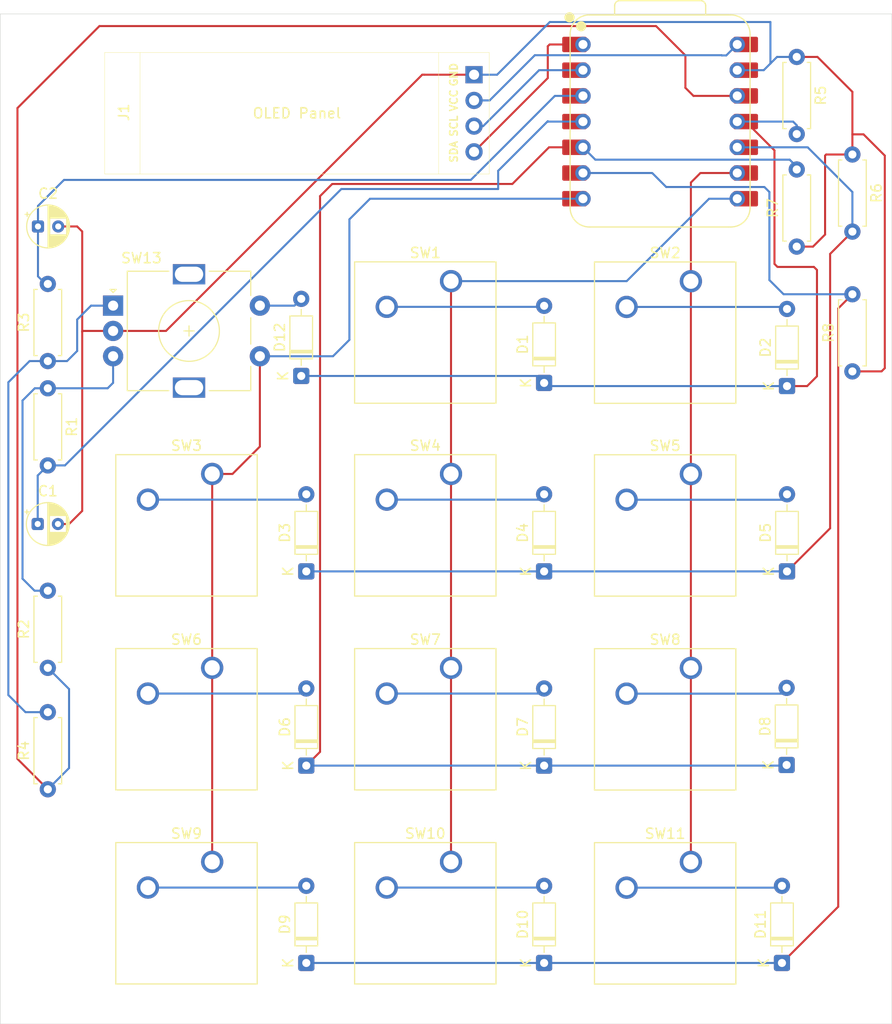
<source format=kicad_pcb>
(kicad_pcb (version 20241229) (generator "pcbnew") (generator_version "9.0")
  (layers (0 "F.Cu" signal) (2 "B.Cu" signal) (13 "F.Paste" user) (15 "B.Paste" user) (5 "F.SilkS" user "F.Silkscreen") (7 "B.SilkS" user "B.Silkscreen") (1 "F.Mask" user) (3 "B.Mask" user) (25 "Edge.Cuts" user))
  (net 0 "")
  (net 1 "GND")
  (net 2 "rotB")
  (net 3 "rotA")
  (net 4 "Net-(D1-A)")
  (net 5 "RigA")
  (net 6 "Net-(D2-A)")
  (net 7 "Net-(D3-A)")
  (net 8 "RigB")
  (net 9 "Net-(D4-A)")
  (net 10 "Net-(D5-A)")
  (net 11 "RigC")
  (net 12 "Net-(D6-A)")
  (net 13 "Net-(D7-A)")
  (net 14 "Net-(D8-A)")
  (net 15 "RigD")
  (net 16 "Net-(D9-A)")
  (net 17 "Net-(D10-A)")
  (net 18 "Net-(D11-A)")
  (net 19 "Net-(D12-A)")
  (net 20 "+5V")
  (net 21 "SCL")
  (net 22 "SDA")
  (net 23 "Net-(R1-Pad1)")
  (net 24 "+3.3V")
  (net 25 "Net-(R3-Pad1)")
  (net 26 "Col1")
  (net 27 "Col2")
  (net 28 "Col0")
  (footprint "Diode_THT:D_DO-35_SOD27_P7.62mm_Horizontal" (layer "F.Cu") (at 145.5 115.01 90)
    (property "Reference" "D8" (at 3.81 -2.12 90) (layer "F.SilkS"))
    (property "Value" "1N4148")
    (fp_text user "K" (at 0 -1.8 90) (layer "F.SilkS"))
    (pad "1" thru_hole roundrect (at 0 0 90) (size 1.6 1.6) (drill 0.8) (layers "*.Cu" "*.Mask") (roundrect_rratio 0.15625) (net 11 "RigC"))
    (pad "2" thru_hole circle (at 7.62 0 90) (size 1.6 1.6) (drill 0.8) (layers "*.Cu" "*.Mask") (net 14 "Net-(D8-A)"))
  )
  (footprint "Rotary_Encoder:RotaryEncoder_Alps_EC11E-Switch_Vertical_H20mm" (layer "F.Cu") (at 78.9525 69.62375)
    (property "Reference" "SW13" (at 2.8 -4.7 0) (layer "F.SilkS"))
    (property "Value" "RotaryEncoder_Switch")
    (pad "A" thru_hole rect (at 0 0) (size 2 2) (drill 1) (layers "*.Cu" "*.Mask") (net 25 "Net-(R3-Pad1)"))
    (pad "B" thru_hole circle (at 0 5) (size 2 2) (drill 1) (layers "*.Cu" "*.Mask") (net 23 "Net-(R1-Pad1)"))
    (pad "C" thru_hole circle (at 0 2.5) (size 2 2) (drill 1) (layers "*.Cu" "*.Mask") (net 1 "GND"))
    (pad "MP" thru_hole rect (at 7.5 -3.1) (size 3.2 2) (drill oval 2.8 1.5) (layers "*.Cu" "*.Mask"))
    (pad "MP" thru_hole rect (at 7.5 8.1) (size 3.2 2) (drill oval 2.8 1.5) (layers "*.Cu" "*.Mask"))
    (pad "S1" thru_hole circle (at 14.5 5) (size 2 2) (drill 1) (layers "*.Cu" "*.Mask") (net 28 "Col0"))
    (pad "S2" thru_hole circle (at 14.5 0) (size 2 2) (drill 1) (layers "*.Cu" "*.Mask") (net 19 "Net-(D12-A)"))
  )
  (footprint "Diode_THT:D_DO-35_SOD27_P7.62mm_Horizontal" (layer "F.Cu") (at 121.54 77.26125 90)
    (property "Reference" "D1" (at 3.81 -2.12 90) (layer "F.SilkS"))
    (property "Value" "1N4148")
    (fp_text user "K" (at 0 -1.8 90) (layer "F.SilkS"))
    (pad "1" thru_hole roundrect (at 0 0 90) (size 1.6 1.6) (drill 0.8) (layers "*.Cu" "*.Mask") (roundrect_rratio 0.15625) (net 5 "RigA"))
    (pad "2" thru_hole circle (at 7.62 0 90) (size 1.6 1.6) (drill 0.8) (layers "*.Cu" "*.Mask") (net 4 "Net-(D1-A)"))
  )
  (footprint "Capacitor_THT:CP_Radial_D4.0mm_P2.00mm" (layer "F.Cu") (at 71.5 91.2)
    (property "Reference" "C1" (at 1 -3.25 0) (layer "F.SilkS"))
    (property "Value" "0.1uF")
    (pad "1" thru_hole roundrect (at 0 0) (size 1.2 1.2) (drill 0.6) (layers "*.Cu" "*.Mask") (roundrect_rratio 0.208333) (net 2 "rotB"))
    (pad "2" thru_hole circle (at 2 0) (size 1.2 1.2) (drill 0.6) (layers "*.Cu" "*.Mask") (net 1 "GND"))
  )
  (footprint "Button_Switch_Keyboard:SW_Cherry_MX_1.00u_PCB" (layer "F.Cu") (at 112.34 67.2025)
    (property "Reference" "SW1" (at -2.54 -2.794 0) (layer "F.SilkS"))
    (property "Value" "SW_Push")
    (pad "" np_thru_hole circle (at -7.62 5.08) (size 1.7 1.7) (drill 1.7) (layers "*.Cu" "*.Mask"))
    (pad "" np_thru_hole circle (at -2.54 5.08) (size 4 4) (drill 4) (layers "*.Cu" "*.Mask"))
    (pad "" np_thru_hole circle (at 2.54 5.08) (size 1.7 1.7) (drill 1.7) (layers "*.Cu" "*.Mask"))
    (pad "1" thru_hole circle (at 0 0) (size 2.2 2.2) (drill 1.5) (layers "*.Cu" "*.Mask") (net 26 "Col1"))
    (pad "2" thru_hole circle (at -6.35 2.54) (size 2.2 2.2) (drill 1.5) (layers "*.Cu" "*.Mask") (net 4 "Net-(D1-A)"))
  )
  (footprint "Resistor_THT:R_Axial_DIN0207_L6.3mm_D2.5mm_P7.62mm_Horizontal" (layer "F.Cu") (at 152 54.69 -90)
    (property "Reference" "R6" (at 3.81 -2.37 90) (layer "F.SilkS"))
    (property "Value" "10k")
    (pad "1" thru_hole circle (at 0 0 270) (size 1.6 1.6) (drill 0.8) (layers "*.Cu" "*.Mask") (net 1 "GND"))
    (pad "2" thru_hole circle (at 7.62 0 270) (size 1.6 1.6) (drill 0.8) (layers "*.Cu" "*.Mask") (net 8 "RigB"))
  )
  (footprint "Capacitor_THT:CP_Radial_D4.0mm_P2.00mm" (layer "F.Cu") (at 71.527401 61.8)
    (property "Reference" "C2" (at 1 -3.25 0) (layer "F.SilkS"))
    (property "Value" "0.1uF")
    (pad "1" thru_hole roundrect (at 0 0) (size 1.2 1.2) (drill 0.6) (layers "*.Cu" "*.Mask") (roundrect_rratio 0.208333) (net 3 "rotA"))
    (pad "2" thru_hole circle (at 2 0) (size 1.2 1.2) (drill 0.6) (layers "*.Cu" "*.Mask") (net 1 "GND"))
  )
  (footprint "Button_Switch_Keyboard:SW_Cherry_MX_1.00u_PCB" (layer "F.Cu") (at 112.34 86.2525)
    (property "Reference" "SW4" (at -2.54 -2.794 0) (layer "F.SilkS"))
    (property "Value" "SW_Push")
    (pad "" np_thru_hole circle (at -7.62 5.08) (size 1.7 1.7) (drill 1.7) (layers "*.Cu" "*.Mask"))
    (pad "" np_thru_hole circle (at -2.54 5.08) (size 4 4) (drill 4) (layers "*.Cu" "*.Mask"))
    (pad "" np_thru_hole circle (at 2.54 5.08) (size 1.7 1.7) (drill 1.7) (layers "*.Cu" "*.Mask"))
    (pad "1" thru_hole circle (at 0 0) (size 2.2 2.2) (drill 1.5) (layers "*.Cu" "*.Mask") (net 26 "Col1"))
    (pad "2" thru_hole circle (at -6.35 2.54) (size 2.2 2.2) (drill 1.5) (layers "*.Cu" "*.Mask") (net 9 "Net-(D4-A)"))
  )
  (footprint "Diode_THT:D_DO-35_SOD27_P7.62mm_Horizontal" (layer "F.Cu") (at 98.04 95.88125 90)
    (property "Reference" "D3" (at 3.81 -2.12 90) (layer "F.SilkS"))
    (property "Value" "1N4148")
    (fp_text user "K" (at 0 -1.8 90) (layer "F.SilkS"))
    (pad "1" thru_hole roundrect (at 0 0 90) (size 1.6 1.6) (drill 0.8) (layers "*.Cu" "*.Mask") (roundrect_rratio 0.15625) (net 8 "RigB"))
    (pad "2" thru_hole circle (at 7.62 0 90) (size 1.6 1.6) (drill 0.8) (layers "*.Cu" "*.Mask") (net 7 "Net-(D3-A)"))
  )
  (footprint "Diode_THT:D_DO-35_SOD27_P7.62mm_Horizontal" (layer "F.Cu") (at 121.54 115.07125 90)
    (property "Reference" "D7" (at 3.81 -2.12 90) (layer "F.SilkS"))
    (property "Value" "1N4148")
    (fp_text user "K" (at 0 -1.8 90) (layer "F.SilkS"))
    (pad "1" thru_hole roundrect (at 0 0 90) (size 1.6 1.6) (drill 0.8) (layers "*.Cu" "*.Mask") (roundrect_rratio 0.15625) (net 11 "RigC"))
    (pad "2" thru_hole circle (at 7.62 0 90) (size 1.6 1.6) (drill 0.8) (layers "*.Cu" "*.Mask") (net 13 "Net-(D7-A)"))
  )
  (footprint "Button_Switch_Keyboard:SW_Cherry_MX_1.00u_PCB" (layer "F.Cu") (at 136.04 67.21125)
    (property "Reference" "SW2" (at -2.54 -2.794 0) (layer "F.SilkS"))
    (property "Value" "SW_Push")
    (pad "" np_thru_hole circle (at -7.62 5.08) (size 1.7 1.7) (drill 1.7) (layers "*.Cu" "*.Mask"))
    (pad "" np_thru_hole circle (at -2.54 5.08) (size 4 4) (drill 4) (layers "*.Cu" "*.Mask"))
    (pad "" np_thru_hole circle (at 2.54 5.08) (size 1.7 1.7) (drill 1.7) (layers "*.Cu" "*.Mask"))
    (pad "1" thru_hole circle (at 0 0) (size 2.2 2.2) (drill 1.5) (layers "*.Cu" "*.Mask") (net 27 "Col2"))
    (pad "2" thru_hole circle (at -6.35 2.54) (size 2.2 2.2) (drill 1.5) (layers "*.Cu" "*.Mask") (net 6 "Net-(D2-A)"))
  )
  (footprint "Diode_THT:D_DO-35_SOD27_P7.62mm_Horizontal" (layer "F.Cu") (at 121.54 95.88125 90)
    (property "Reference" "D4" (at 3.81 -2.12 90) (layer "F.SilkS"))
    (property "Value" "1N4148")
    (fp_text user "K" (at 0 -1.8 90) (layer "F.SilkS"))
    (pad "1" thru_hole roundrect (at 0 0 90) (size 1.6 1.6) (drill 0.8) (layers "*.Cu" "*.Mask") (roundrect_rratio 0.15625) (net 8 "RigB"))
    (pad "2" thru_hole circle (at 7.62 0 90) (size 1.6 1.6) (drill 0.8) (layers "*.Cu" "*.Mask") (net 9 "Net-(D4-A)"))
  )
  (footprint "Resistor_THT:R_Axial_DIN0207_L6.3mm_D2.5mm_P7.62mm_Horizontal" (layer "F.Cu") (at 72.5 105.41 90)
    (property "Reference" "R2" (at 3.81 -2.37 90) (layer "F.SilkS"))
    (property "Value" "10k")
    (pad "1" thru_hole circle (at 0 0 90) (size 1.6 1.6) (drill 0.8) (layers "*.Cu" "*.Mask") (net 24 "+3.3V"))
    (pad "2" thru_hole circle (at 7.62 0 90) (size 1.6 1.6) (drill 0.8) (layers "*.Cu" "*.Mask") (net 23 "Net-(R1-Pad1)"))
  )
  (footprint "Resistor_THT:R_Axial_DIN0207_L6.3mm_D2.5mm_P7.62mm_Horizontal" (layer "F.Cu") (at 72.5 77.79 -90)
    (property "Reference" "R1" (at 3.81 -2.37 90) (layer "F.SilkS"))
    (property "Value" "1k")
    (pad "1" thru_hole circle (at 0 0 270) (size 1.6 1.6) (drill 0.8) (layers "*.Cu" "*.Mask") (net 23 "Net-(R1-Pad1)"))
    (pad "2" thru_hole circle (at 7.62 0 270) (size 1.6 1.6) (drill 0.8) (layers "*.Cu" "*.Mask") (net 2 "rotB"))
  )
  (footprint "Diode_THT:D_DO-35_SOD27_P7.62mm_Horizontal" (layer "F.Cu") (at 145.54 95.88125 90)
    (property "Reference" "D5" (at 3.81 -2.12 90) (layer "F.SilkS"))
    (property "Value" "1N4148")
    (fp_text user "K" (at 0 -1.8 90) (layer "F.SilkS"))
    (pad "1" thru_hole roundrect (at 0 0 90) (size 1.6 1.6) (drill 0.8) (layers "*.Cu" "*.Mask") (roundrect_rratio 0.15625) (net 8 "RigB"))
    (pad "2" thru_hole circle (at 7.62 0 90) (size 1.6 1.6) (drill 0.8) (layers "*.Cu" "*.Mask") (net 10 "Net-(D5-A)"))
  )
  (footprint "Resistor_THT:R_Axial_DIN0207_L6.3mm_D2.5mm_P7.62mm_Horizontal" (layer "F.Cu") (at 72.5 75.1 90)
    (property "Reference" "R3" (at 3.81 -2.37 90) (layer "F.SilkS"))
    (property "Value" "1k")
    (pad "1" thru_hole circle (at 0 0 90) (size 1.6 1.6) (drill 0.8) (layers "*.Cu" "*.Mask") (net 25 "Net-(R3-Pad1)"))
    (pad "2" thru_hole circle (at 7.62 0 90) (size 1.6 1.6) (drill 0.8) (layers "*.Cu" "*.Mask") (net 3 "rotA"))
  )
  (footprint "Button_Switch_Keyboard:SW_Cherry_MX_1.00u_PCB" (layer "F.Cu") (at 88.7425 86.2525)
    (property "Reference" "SW3" (at -2.54 -2.794 0) (layer "F.SilkS"))
    (property "Value" "SW_Push")
    (pad "" np_thru_hole circle (at -7.62 5.08) (size 1.7 1.7) (drill 1.7) (layers "*.Cu" "*.Mask"))
    (pad "" np_thru_hole circle (at -2.54 5.08) (size 4 4) (drill 4) (layers "*.Cu" "*.Mask"))
    (pad "" np_thru_hole circle (at 2.54 5.08) (size 1.7 1.7) (drill 1.7) (layers "*.Cu" "*.Mask"))
    (pad "1" thru_hole circle (at 0 0) (size 2.2 2.2) (drill 1.5) (layers "*.Cu" "*.Mask") (net 28 "Col0"))
    (pad "2" thru_hole circle (at -6.35 2.54) (size 2.2 2.2) (drill 1.5) (layers "*.Cu" "*.Mask") (net 7 "Net-(D3-A)"))
  )
  (footprint "Resistor_THT:R_Axial_DIN0207_L6.3mm_D2.5mm_P7.62mm_Horizontal" (layer "F.Cu") (at 152 76.12 90)
    (property "Reference" "R8" (at 3.81 -2.37 90) (layer "F.SilkS"))
    (property "Value" "10k")
    (pad "1" thru_hole circle (at 0 0 90) (size 1.6 1.6) (drill 0.8) (layers "*.Cu" "*.Mask") (net 1 "GND"))
    (pad "2" thru_hole circle (at 7.62 0 90) (size 1.6 1.6) (drill 0.8) (layers "*.Cu" "*.Mask") (net 15 "RigD"))
  )
  (footprint "Diode_THT:D_DO-35_SOD27_P7.62mm_Horizontal" (layer "F.Cu") (at 121.54 134.57125 90)
    (property "Reference" "D10" (at 3.81 -2.12 90) (layer "F.SilkS"))
    (property "Value" "1N4148")
    (fp_text user "K" (at 0 -1.8 90) (layer "F.SilkS"))
    (pad "1" thru_hole roundrect (at 0 0 90) (size 1.6 1.6) (drill 0.8) (layers "*.Cu" "*.Mask") (roundrect_rratio 0.15625) (net 15 "RigD"))
    (pad "2" thru_hole circle (at 7.62 0 90) (size 1.6 1.6) (drill 0.8) (layers "*.Cu" "*.Mask") (net 17 "Net-(D10-A)"))
  )
  (footprint "Button_Switch_Keyboard:SW_Cherry_MX_1.00u_PCB" (layer "F.Cu") (at 136.04 86.26125)
    (property "Reference" "SW5" (at -2.54 -2.794 0) (layer "F.SilkS"))
    (property "Value" "SW_Push")
    (pad "" np_thru_hole circle (at -7.62 5.08) (size 1.7 1.7) (drill 1.7) (layers "*.Cu" "*.Mask"))
    (pad "" np_thru_hole circle (at -2.54 5.08) (size 4 4) (drill 4) (layers "*.Cu" "*.Mask"))
    (pad "" np_thru_hole circle (at 2.54 5.08) (size 1.7 1.7) (drill 1.7) (layers "*.Cu" "*.Mask"))
    (pad "1" thru_hole circle (at 0 0) (size 2.2 2.2) (drill 1.5) (layers "*.Cu" "*.Mask") (net 27 "Col2"))
    (pad "2" thru_hole circle (at -6.35 2.54) (size 2.2 2.2) (drill 1.5) (layers "*.Cu" "*.Mask") (net 10 "Net-(D5-A)"))
  )
  (footprint "Button_Switch_Keyboard:SW_Cherry_MX_1.00u_PCB" (layer "F.Cu") (at 112.34 105.41125)
    (property "Reference" "SW7" (at -2.54 -2.794 0) (layer "F.SilkS"))
    (property "Value" "SW_Push")
    (pad "" np_thru_hole circle (at -7.62 5.08) (size 1.7 1.7) (drill 1.7) (layers "*.Cu" "*.Mask"))
    (pad "" np_thru_hole circle (at -2.54 5.08) (size 4 4) (drill 4) (layers "*.Cu" "*.Mask"))
    (pad "" np_thru_hole circle (at 2.54 5.08) (size 1.7 1.7) (drill 1.7) (layers "*.Cu" "*.Mask"))
    (pad "1" thru_hole circle (at 0 0) (size 2.2 2.2) (drill 1.5) (layers "*.Cu" "*.Mask") (net 26 "Col1"))
    (pad "2" thru_hole circle (at -6.35 2.54) (size 2.2 2.2) (drill 1.5) (layers "*.Cu" "*.Mask") (net 13 "Net-(D7-A)"))
  )
  (footprint "Diode_THT:D_DO-35_SOD27_P7.62mm_Horizontal" (layer "F.Cu") (at 98.04 134.57125 90)
    (property "Reference" "D9" (at 3.81 -2.12 90) (layer "F.SilkS"))
    (property "Value" "1N4148")
    (fp_text user "K" (at 0 -1.8 90) (layer "F.SilkS"))
    (pad "1" thru_hole roundrect (at 0 0 90) (size 1.6 1.6) (drill 0.8) (layers "*.Cu" "*.Mask") (roundrect_rratio 0.15625) (net 15 "RigD"))
    (pad "2" thru_hole circle (at 7.62 0 90) (size 1.6 1.6) (drill 0.8) (layers "*.Cu" "*.Mask") (net 16 "Net-(D9-A)"))
  )
  (footprint "Button_Switch_Keyboard:SW_Cherry_MX_1.00u_PCB" (layer "F.Cu") (at 136.04 124.59)
    (property "Reference" "SW11" (at -2.54 -2.794 0) (layer "F.SilkS"))
    (property "Value" "SW_Push")
    (pad "" np_thru_hole circle (at -7.62 5.08) (size 1.7 1.7) (drill 1.7) (layers "*.Cu" "*.Mask"))
    (pad "" np_thru_hole circle (at -2.54 5.08) (size 4 4) (drill 4) (layers "*.Cu" "*.Mask"))
    (pad "" np_thru_hole circle (at 2.54 5.08) (size 1.7 1.7) (drill 1.7) (layers "*.Cu" "*.Mask"))
    (pad "1" thru_hole circle (at 0 0) (size 2.2 2.2) (drill 1.5) (layers "*.Cu" "*.Mask") (net 27 "Col2"))
    (pad "2" thru_hole circle (at -6.35 2.54) (size 2.2 2.2) (drill 1.5) (layers "*.Cu" "*.Mask") (net 18 "Net-(D11-A)"))
  )
  (footprint "Diode_THT:D_DO-35_SOD27_P7.62mm_Horizontal" (layer "F.Cu") (at 145.04 134.57125 90)
    (property "Reference" "D11" (at 3.81 -2.12 90) (layer "F.SilkS"))
    (property "Value" "1N4148")
    (fp_text user "K" (at 0 -1.8 90) (layer "F.SilkS"))
    (pad "1" thru_hole roundrect (at 0 0 90) (size 1.6 1.6) (drill 0.8) (layers "*.Cu" "*.Mask") (roundrect_rratio 0.15625) (net 15 "RigD"))
    (pad "2" thru_hole circle (at 7.62 0 90) (size 1.6 1.6) (drill 0.8) (layers "*.Cu" "*.Mask") (net 18 "Net-(D11-A)"))
  )
  (footprint "Resistor_THT:R_Axial_DIN0207_L6.3mm_D2.5mm_P7.62mm_Horizontal" (layer "F.Cu") (at 72.5 117.41 90)
    (property "Reference" "R4" (at 3.81 -2.37 90) (layer "F.SilkS"))
    (property "Value" "10k")
    (pad "1" thru_hole circle (at 0 0 90) (size 1.6 1.6) (drill 0.8) (layers "*.Cu" "*.Mask") (net 24 "+3.3V"))
    (pad "2" thru_hole circle (at 7.62 0 90) (size 1.6 1.6) (drill 0.8) (layers "*.Cu" "*.Mask") (net 25 "Net-(R3-Pad1)"))
  )
  (footprint "Button_Switch_Keyboard:SW_Cherry_MX_1.00u_PCB" (layer "F.Cu") (at 88.74 105.41125)
    (property "Reference" "SW6" (at -2.54 -2.794 0) (layer "F.SilkS"))
    (property "Value" "SW_Push")
    (pad "" np_thru_hole circle (at -7.62 5.08) (size 1.7 1.7) (drill 1.7) (layers "*.Cu" "*.Mask"))
    (pad "" np_thru_hole circle (at -2.54 5.08) (size 4 4) (drill 4) (layers "*.Cu" "*.Mask"))
    (pad "" np_thru_hole circle (at 2.54 5.08) (size 1.7 1.7) (drill 1.7) (layers "*.Cu" "*.Mask"))
    (pad "1" thru_hole circle (at 0 0) (size 2.2 2.2) (drill 1.5) (layers "*.Cu" "*.Mask") (net 28 "Col0"))
    (pad "2" thru_hole circle (at -6.35 2.54) (size 2.2 2.2) (drill 1.5) (layers "*.Cu" "*.Mask") (net 12 "Net-(D6-A)"))
  )
  (footprint "OLED 0.91 inch:SSD1306-0.91-OLED-4pin-128x32" (layer "F.Cu") (at 78.115 44.615)
    (property "Reference" "J1" (at 1.9 5.91 90) (layer "F.SilkS"))
    (property "Value" "Conn_01x04_Pin")
    (fp_text user "SCL" (at 34.5 7.27 270) (layer "F.SilkS") (effects (font (size 0.75 0.75))))
    (fp_text user "VCC" (at 34.5 4.73 270) (layer "F.SilkS") (effects (font (size 0.75 0.75))))
    (fp_text user "OLED Panel" (at 19 6 0) (layer "F.SilkS"))
    (fp_text user "GND" (at 34.5 2.19 270) (layer "F.SilkS") (effects (font (size 0.75 0.75))))
    (fp_text user "SDA" (at 34.5 9.81 270) (layer "F.SilkS") (effects (font (size 0.75 0.75))))
    (pad "1" thru_hole rect (at 36.5 2.19) (size 1.7 1.7) (drill 1) (layers "*.Cu" "*.Mask") (net 1 "GND"))
    (pad "2" thru_hole oval (at 36.5 4.73) (size 1.7 1.7) (drill 1) (layers "*.Cu" "*.Mask") (net 20 "+5V"))
    (pad "3" thru_hole oval (at 36.5 7.27) (size 1.7 1.7) (drill 1) (layers "*.Cu" "*.Mask") (net 21 "SCL"))
    (pad "4" thru_hole oval (at 36.5 9.81) (size 1.7 1.7) (drill 1) (layers "*.Cu" "*.Mask") (net 22 "SDA"))
  )
  (footprint "Diode_THT:D_DO-35_SOD27_P7.62mm_Horizontal" (layer "F.Cu") (at 145.54 77.57125 90)
    (property "Reference" "D2" (at 3.81 -2.12 90) (layer "F.SilkS"))
    (property "Value" "1N4148")
    (fp_text user "K" (at 0 -1.8 90) (layer "F.SilkS"))
    (pad "1" thru_hole roundrect (at 0 0 90) (size 1.6 1.6) (drill 0.8) (layers "*.Cu" "*.Mask") (roundrect_rratio 0.15625) (net 5 "RigA"))
    (pad "2" thru_hole circle (at 7.62 0 90) (size 1.6 1.6) (drill 0.8) (layers "*.Cu" "*.Mask") (net 6 "Net-(D2-A)"))
  )
  (footprint "OPL:XIAO-RP2040-DIP" (layer "F.Cu") (at 133 51.4385)
    (property "Reference" "U1" (hide yes))
    (property "Value" "XIAO-RP2040-DIP")
    (pad "1" smd roundrect (at -8.455 -7.62 180) (size 2.432 1.524) (layers "F.Cu" "F.Mask") (roundrect_rratio 0.1) (net 22 "SDA"))
    (pad "1" thru_hole circle (at -7.62 -7.62 180) (size 1.524 1.524) (drill 0.889) (layers "*.Cu" "*.Mask") (net 22 "SDA"))
    (pad "2" smd roundrect (at -8.455 -5.08 180) (size 2.432 1.524) (layers "F.Cu" "F.Mask") (roundrect_rratio 0.1) (net 21 "SCL"))
    (pad "2" thru_hole circle (at -7.62 -5.08 180) (size 1.524 1.524) (drill 0.889) (layers "*.Cu" "*.Mask") (net 21 "SCL"))
    (pad "3" smd roundrect (at -8.455 -2.54 180) (size 2.432 1.524) (layers "F.Cu" "F.Mask") (roundrect_rratio 0.1) (net 3 "rotA"))
    (pad "3" thru_hole circle (at -7.62 -2.54 180) (size 1.524 1.524) (drill 0.889) (layers "*.Cu" "*.Mask") (net 3 "rotA"))
    (pad "4" smd roundrect (at -8.455 0 180) (size 2.432 1.524) (layers "F.Cu" "F.Mask") (roundrect_rratio 0.1) (net 2 "rotB"))
    (pad "4" thru_hole circle (at -7.62 0 180) (size 1.524 1.524) (drill 0.889) (layers "*.Cu" "*.Mask") (net 2 "rotB"))
    (pad "5" smd roundrect (at -8.455 2.54 180) (size 2.432 1.524) (layers "F.Cu" "F.Mask") (roundrect_rratio 0.1) (net 11 "RigC"))
    (pad "5" thru_hole circle (at -7.62 2.54 180) (size 1.524 1.524) (drill 0.889) (layers "*.Cu" "*.Mask") (net 11 "RigC"))
    (pad "6" smd roundrect (at -8.455 5.08 180) (size 2.432 1.524) (layers "F.Cu" "F.Mask") (roundrect_rratio 0.1) (net 15 "RigD"))
    (pad "6" thru_hole circle (at -7.62 5.08 180) (size 1.524 1.524) (drill 0.889) (layers "*.Cu" "*.Mask") (net 15 "RigD"))
    (pad "7" smd roundrect (at -8.455 7.62 180) (size 2.432 1.524) (layers "F.Cu" "F.Mask") (roundrect_rratio 0.1) (net 28 "Col0"))
    (pad "7" thru_hole circle (at -7.62 7.62 180) (size 1.524 1.524) (drill 0.889) (layers "*.Cu" "*.Mask") (net 28 "Col0"))
    (pad "8" thru_hole circle (at 7.62 7.62) (size 1.524 1.524) (drill 0.889) (layers "*.Cu" "*.Mask") (net 26 "Col1"))
    (pad "8" smd roundrect (at 8.455 7.62) (size 2.432 1.524) (layers "F.Cu" "F.Mask") (roundrect_rratio 0.1) (net 26 "Col1"))
    (pad "9" thru_hole circle (at 7.62 5.08) (size 1.524 1.524) (drill 0.889) (layers "*.Cu" "*.Mask") (net 27 "Col2"))
    (pad "9" smd roundrect (at 8.455 5.08) (size 2.432 1.524) (layers "F.Cu" "F.Mask") (roundrect_rratio 0.1) (net 27 "Col2"))
    (pad "10" thru_hole circle (at 7.62 2.54) (size 1.524 1.524) (drill 0.889) (layers "*.Cu" "*.Mask") (net 8 "RigB"))
    (pad "10" smd roundrect (at 8.455 2.54) (size 2.432 1.524) (layers "F.Cu" "F.Mask") (roundrect_rratio 0.1) (net 8 "RigB"))
    (pad "11" thru_hole circle (at 7.62 0) (size 1.524 1.524) (drill 0.889) (layers "*.Cu" "*.Mask") (net 5 "RigA"))
    (pad "11" smd roundrect (at 8.455 0) (size 2.432 1.524) (layers "F.Cu" "F.Mask") (roundrect_rratio 0.1) (net 5 "RigA"))
    (pad "12" thru_hole circle (at 7.62 -2.54) (size 1.524 1.524) (drill 0.889) (layers "*.Cu" "*.Mask") (net 24 "+3.3V"))
    (pad "12" smd roundrect (at 8.455 -2.54) (size 2.432 1.524) (layers "F.Cu" "F.Mask") (roundrect_rratio 0.1) (net 24 "+3.3V"))
    (pad "13" thru_hole circle (at 7.62 -5.08) (size 1.524 1.524) (drill 0.889) (layers "*.Cu" "*.Mask") (net 1 "GND"))
    (pad "13" smd roundrect (at 8.455 -5.08) (size 2.432 1.524) (layers "F.Cu" "F.Mask") (roundrect_rratio 0.1) (net 1 "GND"))
    (pad "14" thru_hole circle (at 7.62 -7.62) (size 1.524 1.524) (drill 0.889) (layers "*.Cu" "*.Mask") (net 20 "+5V"))
    (pad "14" smd roundrect (at 8.455 -7.62) (size 2.432 1.524) (layers "F.Cu" "F.Mask") (roundrect_rratio 0.1) (net 20 "+5V"))
  )
  (footprint "Resistor_THT:R_Axial_DIN0207_L6.3mm_D2.5mm_P7.62mm_Horizontal" (layer "F.Cu") (at 146.5 63.79 90)
    (property "Reference" "R7" (at 3.81 -2.37 90) (layer "F.SilkS"))
    (property "Value" "10k")
    (pad "1" thru_hole circle (at 0 0 90) (size 1.6 1.6) (drill 0.8) (layers "*.Cu" "*.Mask") (net 1 "GND"))
    (pad "2" thru_hole circle (at 7.62 0 90) (size 1.6 1.6) (drill 0.8) (layers "*.Cu" "*.Mask") (net 11 "RigC"))
  )
  (footprint "Button_Switch_Keyboard:SW_Cherry_MX_1.00u_PCB" (layer "F.Cu") (at 136.04 105.42)
    (property "Reference" "SW8" (at -2.54 -2.794 0) (layer "F.SilkS"))
    (property "Value" "SW_Push")
    (pad "" np_thru_hole circle (at -7.62 5.08) (size 1.7 1.7) (drill 1.7) (layers "*.Cu" "*.Mask"))
    (pad "" np_thru_hole circle (at -2.54 5.08) (size 4 4) (drill 4) (layers "*.Cu" "*.Mask"))
    (pad "" np_thru_hole circle (at 2.54 5.08) (size 1.7 1.7) (drill 1.7) (layers "*.Cu" "*.Mask"))
    (pad "1" thru_hole circle (at 0 0) (size 2.2 2.2) (drill 1.5) (layers "*.Cu" "*.Mask") (net 27 "Col2"))
    (pad "2" thru_hole circle (at -6.35 2.54) (size 2.2 2.2) (drill 1.5) (layers "*.Cu" "*.Mask") (net 14 "Net-(D8-A)"))
  )
  (footprint "Button_Switch_Keyboard:SW_Cherry_MX_1.00u_PCB" (layer "F.Cu") (at 88.7425 124.58125)
    (property "Reference" "SW9" (at -2.54 -2.794 0) (layer "F.SilkS"))
    (property "Value" "SW_Push")
    (pad "" np_thru_hole circle (at -7.62 5.08) (size 1.7 1.7) (drill 1.7) (layers "*.Cu" "*.Mask"))
    (pad "" np_thru_hole circle (at -2.54 5.08) (size 4 4) (drill 4) (layers "*.Cu" "*.Mask"))
    (pad "" np_thru_hole circle (at 2.54 5.08) (size 1.7 1.7) (drill 1.7) (layers "*.Cu" "*.Mask"))
    (pad "1" thru_hole circle (at 0 0) (size 2.2 2.2) (drill 1.5) (layers "*.Cu" "*.Mask") (net 28 "Col0"))
    (pad "2" thru_hole circle (at -6.35 2.54) (size 2.2 2.2) (drill 1.5) (layers "*.Cu" "*.Mask") (net 16 "Net-(D9-A)"))
  )
  (footprint "Button_Switch_Keyboard:SW_Cherry_MX_1.00u_PCB" (layer "F.Cu") (at 112.34 124.58125)
    (property "Reference" "SW10" (at -2.54 -2.794 0) (layer "F.SilkS"))
    (property "Value" "SW_Push")
    (pad "" np_thru_hole circle (at -7.62 5.08) (size 1.7 1.7) (drill 1.7) (layers "*.Cu" "*.Mask"))
    (pad "" np_thru_hole circle (at -2.54 5.08) (size 4 4) (drill 4) (layers "*.Cu" "*.Mask"))
    (pad "" np_thru_hole circle (at 2.54 5.08) (size 1.7 1.7) (drill 1.7) (layers "*.Cu" "*.Mask"))
    (pad "1" thru_hole circle (at 0 0) (size 2.2 2.2) (drill 1.5) (layers "*.Cu" "*.Mask") (net 26 "Col1"))
    (pad "2" thru_hole circle (at -6.35 2.54) (size 2.2 2.2) (drill 1.5) (layers "*.Cu" "*.Mask") (net 17 "Net-(D10-A)"))
  )
  (footprint "Diode_THT:D_DO-35_SOD27_P7.62mm_Horizontal" (layer "F.Cu") (at 98.04 115.07125 90)
    (property "Reference" "D6" (at 3.81 -2.12 90) (layer "F.SilkS"))
    (property "Value" "1N4148")
    (fp_text user "K" (at 0 -1.8 90) (layer "F.SilkS"))
    (pad "1" thru_hole roundrect (at 0 0 90) (size 1.6 1.6) (drill 0.8) (layers "*.Cu" "*.Mask") (roundrect_rratio 0.15625) (net 11 "RigC"))
    (pad "2" thru_hole circle (at 7.62 0 90) (size 1.6 1.6) (drill 0.8) (layers "*.Cu" "*.Mask") (net 12 "Net-(D6-A)"))
  )
  (footprint "Resistor_THT:R_Axial_DIN0207_L6.3mm_D2.5mm_P7.62mm_Horizontal" (layer "F.Cu") (at 146.5 45.05 -90)
    (property "Reference" "R5" (at 3.81 -2.37 90) (layer "F.SilkS"))
    (property "Value" "10k")
    (pad "1" thru_hole circle (at 0 0 270) (size 1.6 1.6) (drill 0.8) (layers "*.Cu" "*.Mask") (net 1 "GND"))
    (pad "2" thru_hole circle (at 7.62 0 270) (size 1.6 1.6) (drill 0.8) (layers "*.Cu" "*.Mask") (net 5 "RigA"))
  )
  (footprint "Diode_THT:D_DO-35_SOD27_P7.62mm_Horizontal" (layer "F.Cu") (at 97.54 76.57125 90)
    (property "Reference" "D12" (at 3.81 -2.12 90) (layer "F.SilkS"))
    (property "Value" "1N4148")
    (fp_text user "K" (at 0 -1.8 90) (layer "F.SilkS"))
    (pad "1" thru_hole roundrect (at 0 0 90) (size 1.6 1.6) (drill 0.8) (layers "*.Cu" "*.Mask") (roundrect_rratio 0.15625) (net 5 "RigA"))
    (pad "2" thru_hole circle (at 7.62 0 90) (size 1.6 1.6) (drill 0.8) (layers "*.Cu" "*.Mask") (net 19 "Net-(D12-A)"))
  )
  (gr_rect (start 67.8 40.8) (end 155.9 140.6) (stroke (width 0.05)) (fill no) (layer "Edge.Cuts"))
  (segment (start 149.3 54.8) (end 149.41 54.69) (width 0.2) (layer "F.Cu") (net 1))
  (segment (start 75.9 72.2) (end 75.9 89.9) (width 0.2) (layer "F.Cu") (net 1))
  (segment (start 149.41 54.69) (end 152 54.69) (width 0.2) (layer "F.Cu") (net 1))
  (segment (start 109.705 46.805) (end 114.615 46.805) (width 0.2) (layer "F.Cu") (net 1))
  (segment (start 109.5 46.8) (end 109.7 46.8) (width 0.2) (layer "F.Cu") (net 1))
  (segment (start 75.4 61.8) (end 75.9 62.3) (width 0.2) (layer "F.Cu") (net 1))
  (segment (start 84.17625 72.12375) (end 109.5 46.8) (width 0.2) (layer "F.Cu") (net 1))
  (segment (start 109.7 46.8) (end 109.705 46.805) (width 0.2) (layer "F.Cu") (net 1))
  (segment (start 146.5 45.05) (end 148.55 45.05) (width 0.2) (layer "F.Cu") (net 1))
  (segment (start 152 76.12) (end 154.88 76.12) (width 0.2) (layer "F.Cu") (net 1))
  (segment (start 152 48.5) (end 152 52.7) (width 0.2) (layer "F.Cu") (net 1))
  (segment (start 75.9 62.3) (end 75.9 72.2) (width 0.2) (layer "F.Cu") (net 1))
  (segment (start 73.527401 61.8) (end 75.4 61.8) (width 0.2) (layer "F.Cu") (net 1))
  (segment (start 153.1 52.7) (end 152 52.7) (width 0.2) (layer "F.Cu") (net 1))
  (segment (start 149.3 62.6) (end 149.3 54.8) (width 0.2) (layer "F.Cu") (net 1))
  (segment (start 148.55 45.05) (end 152 48.5) (width 0.2) (layer "F.Cu") (net 1))
  (segment (start 75.9 89.9) (end 74.6 91.2) (width 0.2) (layer "F.Cu") (net 1))
  (segment (start 146.5 63.79) (end 148.11 63.79) (width 0.2) (layer "F.Cu") (net 1))
  (segment (start 152 52.7) (end 152 54.69) (width 0.2) (layer "F.Cu") (net 1))
  (segment (start 155.2 54.8) (end 153.1 52.7) (width 0.2) (layer "F.Cu") (net 1))
  (segment (start 154.88 76.12) (end 155.2 75.8) (width 0.2) (layer "F.Cu") (net 1))
  (segment (start 75.97625 72.12375) (end 75.9 72.2) (width 0.2) (layer "F.Cu") (net 1))
  (segment (start 155.2 75.8) (end 155.2 54.8) (width 0.2) (layer "F.Cu") (net 1))
  (segment (start 78.9525 72.12375) (end 75.97625 72.12375) (width 0.2) (layer "F.Cu") (net 1))
  (segment (start 78.9525 72.12375) (end 84.17625 72.12375) (width 0.2) (layer "F.Cu") (net 1))
  (segment (start 74.6 91.2) (end 73.5 91.2) (width 0.2) (layer "F.Cu") (net 1))
  (segment (start 148.11 63.79) (end 149.3 62.6) (width 0.2) (layer "F.Cu") (net 1))
  (segment (start 122.1 41.6) (end 143.9 41.6) (width 0.2) (layer "B.Cu") (net 1))
  (segment (start 114.615 46.805) (end 116.895 46.805) (width 0.2) (layer "B.Cu") (net 1))
  (segment (start 143.2415 46.3585) (end 140.62 46.3585) (width 0.2) (layer "B.Cu") (net 1))
  (segment (start 116.895 46.805) (end 122.1 41.6) (width 0.2) (layer "B.Cu") (net 1))
  (segment (start 146.5 45.05) (end 144.55 45.05) (width 0.2) (layer "B.Cu") (net 1))
  (segment (start 144.55 45.05) (end 143.9 45.7) (width 0.2) (layer "B.Cu") (net 1))
  (segment (start 143.9 41.6) (end 143.9 45.7) (width 0.2) (layer "B.Cu") (net 1))
  (segment (start 143.9 45.7) (end 143.2415 46.3585) (width 0.2) (layer "B.Cu") (net 1))
  (segment (start 121.9385 51.4385) (end 125.38 51.4385) (width 0.2) (layer "B.Cu") (net 2))
  (segment (start 117 58.1) (end 117 56.3) (width 0.2) (layer "B.Cu") (net 2))
  (segment (start 101.5 58.1) (end 117 58.1) (width 0.2) (layer "B.Cu") (net 2))
  (segment (start 72.5 85.41) (end 74.19 85.41) (width 0.2) (layer "B.Cu") (net 2))
  (segment (start 121.9 51.4) (end 121.9385 51.4385) (width 0.2) (layer "B.Cu") (net 2))
  (segment (start 117 56.3) (end 121.9 51.4) (width 0.2) (layer "B.Cu") (net 2))
  (segment (start 71.5 86.41) (end 71.5 91.2) (width 0.2) (layer "B.Cu") (net 2))
  (segment (start 74.19 85.41) (end 101.5 58.1) (width 0.2) (layer "B.Cu") (net 2))
  (segment (start 72.5 85.41) (end 71.5 86.41) (width 0.2) (layer "B.Cu") (net 2))
  (segment (start 114.3 57.2) (end 122.6015 48.8985) (width 0.2) (layer "B.Cu") (net 3))
  (segment (start 122.6015 48.8985) (end 125.38 48.8985) (width 0.2) (layer "B.Cu") (net 3))
  (segment (start 71.527401 61.8) (end 71.527401 59.772599) (width 0.2) (layer "B.Cu") (net 3))
  (segment (start 71.527401 66.727401) (end 71.527401 61.8) (width 0.2) (layer "B.Cu") (net 3))
  (segment (start 71.527401 59.772599) (end 74.1 57.2) (width 0.2) (layer "B.Cu") (net 3))
  (segment (start 72.5 67.48) (end 72.28 67.48) (width 0.2) (layer "B.Cu") (net 3))
  (segment (start 74.1 57.2) (end 114.3 57.2) (width 0.2) (layer "B.Cu") (net 3))
  (segment (start 72.28 67.48) (end 71.527401 66.727401) (width 0.2) (layer "B.Cu") (net 3))
  (segment (start 105.99 69.7425) (end 121.43875 69.7425) (width 0.2) (layer "B.Cu") (net 4))
  (segment (start 121.43875 69.7425) (end 121.54 69.64125) (width 0.2) (layer "B.Cu") (net 4))
  (segment (start 144.3 54.2835) (end 141.455 51.4385) (width 0.2) (layer "F.Cu") (net 5))
  (segment (start 148.5 66.1) (end 148.2 65.8) (width 0.2) (layer "F.Cu") (net 5))
  (segment (start 145.54 77.57125) (end 147.52875 77.57125) (width 0.2) (layer "F.Cu") (net 5))
  (segment (start 144.6 65.8) (end 144.3 65.5) (width 0.2) (layer "F.Cu") (net 5))
  (segment (start 148.2 65.8) (end 144.6 65.8) (width 0.2) (layer "F.Cu") (net 5))
  (segment (start 148.5 76.6) (end 148.5 66.1) (width 0.2) (layer "F.Cu") (net 5))
  (segment (start 144.3 65.5) (end 144.3 54.2835) (width 0.2) (layer "F.Cu") (net 5))
  (segment (start 147.52875 77.57125) (end 148.5 76.6) (width 0.2) (layer "F.Cu") (net 5))
  (segment (start 145.54 77.57125) (end 121.85 77.57125) (width 0.2) (layer "B.Cu") (net 5))
  (segment (start 121.85 77.57125) (end 121.54 77.26125) (width 0.2) (layer "B.Cu") (net 5))
  (segment (start 146.1385 51.4385) (end 140.62 51.4385) (width 0.2) (layer "B.Cu") (net 5))
  (segment (start 146.5 51.8) (end 146.1385 51.4385) (width 0.2) (layer "B.Cu") (net 5))
  (segment (start 120.85 76.57125) (end 121.54 77.26125) (width 0.2) (layer "B.Cu") (net 5))
  (segment (start 146.5 52.67) (end 146.5 51.8) (width 0.2) (layer "B.Cu") (net 5))
  (segment (start 97.54 76.57125) (end 120.85 76.57125) (width 0.2) (layer "B.Cu") (net 5))
  (segment (start 145.34 69.75125) (end 145.54 69.95125) (width 0.2) (layer "B.Cu") (net 6))
  (segment (start 129.69 69.75125) (end 145.34 69.75125) (width 0.2) (layer "B.Cu") (net 6))
  (segment (start 97.50875 88.7925) (end 98.04 88.26125) (width 0.2) (layer "B.Cu") (net 7))
  (segment (start 82.3925 88.7925) (end 97.50875 88.7925) (width 0.2) (layer "B.Cu") (net 7))
  (segment (start 152 62.31) (end 149.8 64.51) (width 0.2) (layer "F.Cu") (net 8))
  (segment (start 149.8 91.62125) (end 145.54 95.88125) (width 0.2) (layer "F.Cu") (net 8))
  (segment (start 149.8 64.51) (end 149.8 91.62125) (width 0.2) (layer "F.Cu") (net 8))
  (segment (start 121.54 95.88125) (end 145.54 95.88125) (width 0.2) (layer "B.Cu") (net 8))
  (segment (start 147.5785 53.9785) (end 140.62 53.9785) (width 0.2) (layer "B.Cu") (net 8))
  (segment (start 98.04 95.88125) (end 121.54 95.88125) (width 0.2) (layer "B.Cu") (net 8))
  (segment (start 152 58.4) (end 147.5785 53.9785) (width 0.2) (layer "B.Cu") (net 8))
  (segment (start 152 62.31) (end 152 58.4) (width 0.2) (layer "B.Cu") (net 8))
  (segment (start 121.00875 88.7925) (end 121.54 88.26125) (width 0.2) (layer "B.Cu") (net 9))
  (segment (start 105.99 88.7925) (end 121.00875 88.7925) (width 0.2) (layer "B.Cu") (net 9))
  (segment (start 145 88.80125) (end 145.54 88.26125) (width 0.2) (layer "B.Cu") (net 10))
  (segment (start 129.69 88.80125) (end 145 88.80125) (width 0.2) (layer "B.Cu") (net 10))
  (segment (start 118.4 57.6) (end 122.0215 53.9785) (width 0.2) (layer "F.Cu") (net 11))
  (segment (start 125.38 53.9785) (end 123.4215 53.9785) (width 0.2) (layer "F.Cu") (net 11))
  (segment (start 98.04 115.07125) (end 99.4 113.71125) (width 0.2) (layer "F.Cu") (net 11))
  (segment (start 99.4 58.8) (end 100.6 57.6) (width 0.2) (layer "F.Cu") (net 11))
  (segment (start 99.4 113.71125) (end 99.4 58.8) (width 0.2) (layer "F.Cu") (net 11))
  (segment (start 122.0215 53.9785) (end 124.545 53.9785) (width 0.2) (layer "F.Cu") (net 11))
  (segment (start 100.6 57.6) (end 118.4 57.6) (width 0.2) (layer "F.Cu") (net 11))
  (segment (start 121.54 115.07125) (end 145.04 115.07125) (width 0.2) (layer "B.Cu") (net 11))
  (segment (start 146.5 56.17) (end 146.5 55.9) (width 0.2) (layer "B.Cu") (net 11))
  (segment (start 146.5 55.9) (end 145.8 55.2) (width 0.2) (layer "B.Cu") (net 11))
  (segment (start 145.04 115.07125) (end 145.54 115.57125) (width 0.2) (layer "B.Cu") (net 11))
  (segment (start 126.6015 55.2) (end 125.38 53.9785) (width 0.2) (layer "B.Cu") (net 11))
  (segment (start 145.8 55.2) (end 126.6015 55.2) (width 0.2) (layer "B.Cu") (net 11))
  (segment (start 98.04 115.07125) (end 121.54 115.07125) (width 0.2) (layer "B.Cu") (net 11))
  (segment (start 97.54 107.95125) (end 98.04 107.45125) (width 0.2) (layer "B.Cu") (net 12))
  (segment (start 82.39 107.95125) (end 97.54 107.95125) (width 0.2) (layer "B.Cu") (net 12))
  (segment (start 121.04 107.95125) (end 121.54 107.45125) (width 0.2) (layer "B.Cu") (net 13))
  (segment (start 105.99 107.95125) (end 121.04 107.95125) (width 0.2) (layer "B.Cu") (net 13))
  (segment (start 129.69 107.96) (end 145.53125 107.96) (width 0.2) (layer "B.Cu") (net 14))
  (segment (start 145.53125 107.96) (end 145.54 107.95125) (width 0.2) (layer "B.Cu") (net 14))
  (segment (start 150.6 69.9) (end 150.6 129.01125) (width 0.2) (layer "F.Cu") (net 15))
  (segment (start 150.6 129.01125) (end 145.04 134.57125) (width 0.2) (layer "F.Cu") (net 15))
  (segment (start 152 68.5) (end 150.6 69.9) (width 0.2) (layer "F.Cu") (net 15))
  (segment (start 143.8 67.1) (end 145.2 68.5) (width 0.2) (layer "B.Cu") (net 15))
  (segment (start 143.3 57.9) (end 143.8 58.4) (width 0.2) (layer "B.Cu") (net 15))
  (segment (start 132.2185 56.5185) (end 133.6 57.9) (width 0.2) (layer "B.Cu") (net 15))
  (segment (start 145.2 68.5) (end 152 68.5) (width 0.2) (layer "B.Cu") (net 15))
  (segment (start 121.54 134.57125) (end 145.04 134.57125) (width 0.2) (layer "B.Cu") (net 15))
  (segment (start 143.8 58.4) (end 143.8 67.1) (width 0.2) (layer "B.Cu") (net 15))
  (segment (start 98.04 134.57125) (end 121.54 134.57125) (width 0.2) (layer "B.Cu") (net 15))
  (segment (start 133.6 57.9) (end 143.3 57.9) (width 0.2) (layer "B.Cu") (net 15))
  (segment (start 125.38 56.5185) (end 132.2185 56.5185) (width 0.2) (layer "B.Cu") (net 15))
  (segment (start 97.87 127.12125) (end 98.04 126.95125) (width 0.2) (layer "B.Cu") (net 16))
  (segment (start 82.3925 127.12125) (end 97.87 127.12125) (width 0.2) (layer "B.Cu") (net 16))
  (segment (start 105.99 127.12125) (end 121.37 127.12125) (width 0.2) (layer "B.Cu") (net 17))
  (segment (start 121.37 127.12125) (end 121.54 126.95125) (width 0.2) (layer "B.Cu") (net 17))
  (segment (start 129.69 127.13) (end 144.86125 127.13) (width 0.2) (layer "B.Cu") (net 18))
  (segment (start 144.86125 127.13) (end 145.04 126.95125) (width 0.2) (layer "B.Cu") (net 18))
  (segment (start 96.8675 69.62375) (end 97.54 68.95125) (width 0.2) (layer "B.Cu") (net 19))
  (segment (start 93.4525 69.62375) (end 96.8675 69.62375) (width 0.2) (layer "B.Cu") (net 19))
  (segment (start 120.6185 44.8815) (end 139.0815 44.8815) (width 0.2) (layer "B.Cu") (net 20))
  (segment (start 139.0815 44.8815) (end 139.1 44.9) (width 0.2) (layer "B.Cu") (net 20))
  (segment (start 139.5385 44.9) (end 140.62 43.8185) (width 0.2) (layer "B.Cu") (net 20))
  (segment (start 116.155 49.345) (end 120.6185 44.8815) (width 0.2) (layer "B.Cu") (net 20))
  (segment (start 114.615 49.345) (end 116.155 49.345) (width 0.2) (layer "B.Cu") (net 20))
  (segment (start 139.1 44.9) (end 139.5385 44.9) (width 0.2) (layer "B.Cu") (net 20))
  (segment (start 121.0415 46.3585) (end 125.38 46.3585) (width 0.2) (layer "B.Cu") (net 21))
  (segment (start 114.615 51.885) (end 115.515 51.885) (width 0.2) (layer "B.Cu") (net 21))
  (segment (start 115.515 51.885) (end 121.0415 46.3585) (width 0.2) (layer "B.Cu") (net 21))
  (segment (start 122.0815 43.8185) (end 124.545 43.8185) (width 0.2) (layer "F.Cu") (net 22))
  (segment (start 121.9 44) (end 122.0815 43.8185) (width 0.2) (layer "F.Cu") (net 22))
  (segment (start 114.615 54.425) (end 121.9 47.14) (width 0.2) (layer "F.Cu") (net 22))
  (segment (start 121.9 47.14) (end 121.9 44) (width 0.2) (layer "F.Cu") (net 22))
  (segment (start 78.9525 74.62375) (end 78.9525 77.2475) (width 0.2) (layer "B.Cu") (net 23))
  (segment (start 71.21 77.79) (end 72.5 77.79) (width 0.2) (layer "B.Cu") (net 23))
  (segment (start 70 96.6) (end 70 79) (width 0.2) (layer "B.Cu") (net 23))
  (segment (start 78.41 77.79) (end 72.5 77.79) (width 0.2) (layer "B.Cu") (net 23))
  (segment (start 71.19 97.79) (end 70 96.6) (width 0.2) (layer "B.Cu") (net 23))
  (segment (start 70 79) (end 71.21 77.79) (width 0.2) (layer "B.Cu") (net 23))
  (segment (start 78.9525 77.2475) (end 78.41 77.79) (width 0.2) (layer "B.Cu") (net 23))
  (segment (start 72.5 97.79) (end 71.19 97.79) (width 0.2) (layer "B.Cu") (net 23))
  (segment (start 136.3015 48.8985) (end 140.62 48.8985) (width 0.2) (layer "F.Cu") (net 24))
  (segment (start 69.5 114.41) (end 69.5 50.1) (width 0.2) (layer "F.Cu") (net 24))
  (segment (start 77.6 42) (end 132.6 42) (width 0.2) (layer "F.Cu") (net 24))
  (segment (start 132.6 42) (end 135.5 44.9) (width 0.2) (layer "F.Cu") (net 24))
  (segment (start 69.5 50.1) (end 77.6 42) (width 0.2) (layer "F.Cu") (net 24))
  (segment (start 72.5 117.41) (end 69.5 114.41) (width 0.2) (layer "F.Cu") (net 24))
  (segment (start 136.3 48.9) (end 136.3015 48.8985) (width 0.2) (layer "F.Cu") (net 24))
  (segment (start 135.5 44.9) (end 135.5 48.1) (width 0.2) (layer "F.Cu") (net 24))
  (segment (start 135.5 48.1) (end 136.3 48.9) (width 0.2) (layer "F.Cu") (net 24))
  (segment (start 74.6 107.51) (end 74.6 115.31) (width 0.2) (layer "B.Cu") (net 24))
  (segment (start 74.6 115.31) (end 72.5 117.41) (width 0.2) (layer "B.Cu") (net 24))
  (segment (start 72.5 105.41) (end 74.6 107.51) (width 0.2) (layer "B.Cu") (net 24))
  (segment (start 76.77625 69.62375) (end 78.9525 69.62375) (width 0.2) (layer "B.Cu") (net 25))
  (segment (start 68.6 108.1) (end 68.6 77.2) (width 0.2) (layer "B.Cu") (net 25))
  (segment (start 70.29 109.79) (end 68.6 108.1) (width 0.2) (layer "B.Cu") (net 25))
  (segment (start 68.6 77.2) (end 70.7 75.1) (width 0.2) (layer "B.Cu") (net 25))
  (segment (start 74.4 75.1) (end 75.4 74.1) (width 0.2) (layer "B.Cu") (net 25))
  (segment (start 72.5 75.1) (end 74.4 75.1) (width 0.2) (layer "B.Cu") (net 25))
  (segment (start 75.4 74.1) (end 75.4 71) (width 0.2) (layer "B.Cu") (net 25))
  (segment (start 75.4 71) (end 76.77625 69.62375) (width 0.2) (layer "B.Cu") (net 25))
  (segment (start 70.7 75.1) (end 72.5 75.1) (width 0.2) (layer "B.Cu") (net 25))
  (segment (start 72.5 109.79) (end 70.29 109.79) (width 0.2) (layer "B.Cu") (net 25))
  (segment (start 112.34 86.2525) (end 112.34 67.2025) (width 0.2) (layer "F.Cu") (net 26))
  (segment (start 112.34 105.41125) (end 112.34 86.2525) (width 0.2) (layer "F.Cu") (net 26))
  (segment (start 112.34 124.58125) (end 112.34 105.41125) (width 0.2) (layer "F.Cu") (net 26))
  (segment (start 137.8415 59.0585) (end 140.62 59.0585) (width 0.2) (layer "B.Cu") (net 26))
  (segment (start 129.6975 67.2025) (end 137.8415 59.0585) (width 0.2) (layer "B.Cu") (net 26))
  (segment (start 112.34 67.2025) (end 129.6975 67.2025) (width 0.2) (layer "B.Cu") (net 26))
  (segment (start 136.04 105.42) (end 136.04 124.59) (width 0.2) (layer "F.Cu") (net 27))
  (segment (start 136.04 67.21125) (end 136.04 57.46) (width 0.2) (layer "F.Cu") (net 27))
  (segment (start 136.9815 56.5185) (end 140.62 56.5185) (width 0.2) (layer "F.Cu") (net 27))
  (segment (start 136.04 86.26125) (end 136.04 105.42) (width 0.2) (layer "F.Cu") (net 27))
  (segment (start 136.04 67.21125) (end 136.04 86.26125) (width 0.2) (layer "F.Cu") (net 27))
  (segment (start 136.04 57.46) (end 136.9815 56.5185) (width 0.2) (layer "F.Cu") (net 27))
  (segment (start 93.4525 83.5475) (end 90.7475 86.2525) (width 0.2) (layer "F.Cu") (net 28))
  (segment (start 88.74 105.41125) (end 88.74 124.57875) (width 0.2) (layer "F.Cu") (net 28))
  (segment (start 93.4525 74.62375) (end 93.4525 83.5475) (width 0.2) (layer "F.Cu") (net 28))
  (segment (start 90.7475 86.2525) (end 88.7425 86.2525) (width 0.2) (layer "F.Cu") (net 28))
  (segment (start 88.7425 86.2525) (end 88.7425 105.40875) (width 0.2) (layer "F.Cu") (net 28))
  (segment (start 88.7425 105.40875) (end 88.74 105.41125) (width 0.2) (layer "F.Cu") (net 28))
  (segment (start 88.74 124.57875) (end 88.7425 124.58125) (width 0.2) (layer "F.Cu") (net 28))
  (segment (start 102.3 61.1) (end 104.3415 59.0585) (width 0.2) (layer "B.Cu") (net 28))
  (segment (start 104.3415 59.0585) (end 125.38 59.0585) (width 0.2) (layer "B.Cu") (net 28))
  (segment (start 93.4525 74.62375) (end 100.67625 74.62375) (width 0.2) (layer "B.Cu") (net 28))
  (segment (start 102.3 73) (end 102.3 61.1) (width 0.2) (layer "B.Cu") (net 28))
  (segment (start 100.67625 74.62375) (end 102.3 73) (width 0.2) (layer "B.Cu") (net 28))
)
</source>
